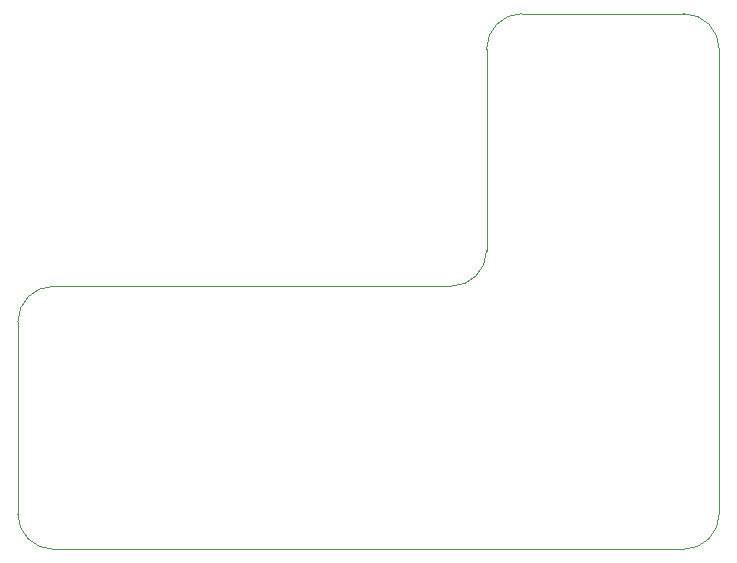
<source format=gbr>
%TF.GenerationSoftware,KiCad,Pcbnew,9.0.0*%
%TF.CreationDate,2026-01-13T23:39:09-06:00*%
%TF.ProjectId,SuppChargerPCB,53757070-4368-4617-9267-65725043422e,rev?*%
%TF.SameCoordinates,Original*%
%TF.FileFunction,Profile,NP*%
%FSLAX46Y46*%
G04 Gerber Fmt 4.6, Leading zero omitted, Abs format (unit mm)*
G04 Created by KiCad (PCBNEW 9.0.0) date 2026-01-13 23:39:09*
%MOMM*%
%LPD*%
G01*
G04 APERTURE LIST*
%TA.AperFunction,Profile*%
%ADD10C,0.050000*%
%TD*%
G04 APERTURE END LIST*
D10*
X131120000Y-114620000D02*
G75*
G02*
X128120000Y-117620000I-3000000J0D01*
G01*
X111420000Y-92350000D02*
G75*
G02*
X108420000Y-95350000I-3000000J0D01*
G01*
X128120000Y-72270000D02*
G75*
G02*
X131120000Y-75270000I0J-3000000D01*
G01*
X108420000Y-95350000D02*
X74740000Y-95350000D01*
X74740000Y-117620000D02*
G75*
G02*
X71740000Y-114620000I0J3000000D01*
G01*
X131120000Y-114620000D02*
X131120000Y-75270000D01*
X111420000Y-75270000D02*
G75*
G02*
X114420000Y-72270000I3000000J0D01*
G01*
X74740000Y-117620000D02*
X128120000Y-117620000D01*
X128120000Y-72270000D02*
X114420000Y-72270000D01*
X71740000Y-98350000D02*
G75*
G02*
X74740000Y-95350000I3000000J0D01*
G01*
X111420000Y-75270000D02*
X111420000Y-92350000D01*
X71740000Y-98350000D02*
X71740000Y-114620000D01*
M02*

</source>
